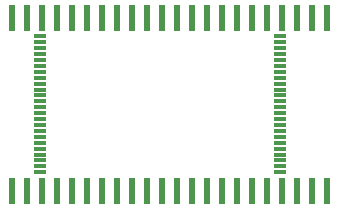
<source format=gbr>
G04 EAGLE Gerber RS-274X export*
G75*
%MOMM*%
%FSLAX34Y34*%
%LPD*%
%INSolderpaste Top*%
%IPPOS*%
%AMOC8*
5,1,8,0,0,1.08239X$1,22.5*%
G01*
G04 Define Apertures*
%ADD10R,0.600000X2.200000*%
%ADD11R,1.100000X0.300000*%
D10*
X323850Y320300D03*
X463550Y320300D03*
X311150Y320300D03*
X336550Y320300D03*
X349250Y320300D03*
X476250Y320300D03*
X450850Y320300D03*
X438150Y320300D03*
X374650Y320300D03*
X412750Y320300D03*
X361950Y320300D03*
X387350Y320300D03*
X425450Y320300D03*
X400050Y320300D03*
X488950Y320300D03*
X501650Y320300D03*
X514350Y320300D03*
X527050Y320300D03*
X539750Y320300D03*
X552450Y320300D03*
X565150Y320300D03*
X577850Y320300D03*
X577850Y467100D03*
X565150Y467100D03*
X552450Y467100D03*
X539750Y467100D03*
X527050Y467100D03*
X514350Y467100D03*
X501650Y467100D03*
X488950Y467100D03*
X476250Y467100D03*
X463550Y467100D03*
X450850Y467100D03*
X438150Y467100D03*
X425450Y467100D03*
X412750Y467100D03*
X400050Y467100D03*
X387350Y467100D03*
X374650Y467100D03*
X361950Y467100D03*
X349250Y467100D03*
X336550Y467100D03*
X323850Y467100D03*
X311150Y467100D03*
D11*
X335550Y451200D03*
X335550Y446200D03*
X335550Y441200D03*
X335550Y436200D03*
X335550Y431200D03*
X335550Y426200D03*
X335550Y421200D03*
X335550Y416200D03*
X335550Y411200D03*
X335550Y406200D03*
X335550Y401200D03*
X335550Y396200D03*
X335550Y391200D03*
X335550Y386200D03*
X335550Y381200D03*
X335550Y376200D03*
X335550Y371200D03*
X335550Y366200D03*
X335550Y361200D03*
X335550Y356200D03*
X335550Y351200D03*
X335550Y346200D03*
X335550Y341200D03*
X335550Y336200D03*
X538210Y336200D03*
X538210Y341200D03*
X538210Y346200D03*
X538210Y351200D03*
X538210Y356200D03*
X538210Y361200D03*
X538210Y366200D03*
X538210Y371200D03*
X538210Y376200D03*
X538210Y381200D03*
X538210Y386200D03*
X538210Y391200D03*
X538210Y396200D03*
X538210Y401200D03*
X538210Y406200D03*
X538210Y411200D03*
X538210Y416200D03*
X538210Y421200D03*
X538210Y426200D03*
X538210Y431200D03*
X538210Y436200D03*
X538210Y441200D03*
X538210Y446200D03*
X538210Y451200D03*
M02*

</source>
